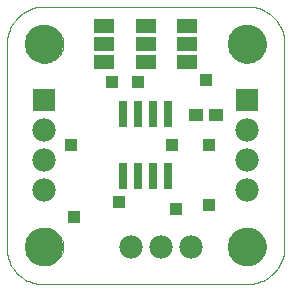
<source format=gbs>
G75*
G70*
%OFA0B0*%
%FSLAX24Y24*%
%IPPOS*%
%LPD*%
%AMOC8*
5,1,8,0,0,1.08239X$1,22.5*
%
%ADD10C,0.0000*%
%ADD11C,0.1290*%
%ADD12R,0.0780X0.0780*%
%ADD13C,0.0780*%
%ADD14R,0.0280X0.0910*%
%ADD15R,0.0473X0.0434*%
%ADD16R,0.0670X0.0500*%
%ADD17R,0.0396X0.0396*%
D10*
X000536Y001785D02*
X000534Y001719D01*
X000536Y001653D01*
X000542Y001587D01*
X000551Y001521D01*
X000564Y001456D01*
X000581Y001391D01*
X000601Y001328D01*
X000625Y001266D01*
X000652Y001206D01*
X000683Y001147D01*
X000717Y001089D01*
X000754Y001034D01*
X000794Y000981D01*
X000837Y000931D01*
X000882Y000882D01*
X000931Y000837D01*
X000981Y000794D01*
X001034Y000754D01*
X001089Y000717D01*
X001147Y000683D01*
X001206Y000652D01*
X001266Y000625D01*
X001328Y000601D01*
X001391Y000581D01*
X001456Y000564D01*
X001521Y000551D01*
X001587Y000542D01*
X001653Y000536D01*
X001719Y000534D01*
X001785Y000536D01*
X001785Y000535D02*
X008535Y000535D01*
X008603Y000537D01*
X008670Y000542D01*
X008737Y000551D01*
X008804Y000564D01*
X008869Y000581D01*
X008934Y000600D01*
X008998Y000624D01*
X009060Y000651D01*
X009121Y000681D01*
X009179Y000714D01*
X009236Y000750D01*
X009291Y000790D01*
X009344Y000832D01*
X009395Y000878D01*
X009442Y000925D01*
X009488Y000976D01*
X009530Y001029D01*
X009570Y001084D01*
X009606Y001141D01*
X009639Y001199D01*
X009669Y001260D01*
X009696Y001322D01*
X009720Y001386D01*
X009739Y001451D01*
X009756Y001516D01*
X009769Y001583D01*
X009778Y001650D01*
X009783Y001717D01*
X009785Y001785D01*
X009785Y008535D01*
X009783Y008603D01*
X009778Y008670D01*
X009769Y008737D01*
X009756Y008804D01*
X009739Y008869D01*
X009720Y008934D01*
X009696Y008998D01*
X009669Y009060D01*
X009639Y009121D01*
X009606Y009179D01*
X009570Y009236D01*
X009530Y009291D01*
X009488Y009344D01*
X009442Y009395D01*
X009395Y009442D01*
X009344Y009488D01*
X009291Y009530D01*
X009236Y009570D01*
X009179Y009606D01*
X009121Y009639D01*
X009060Y009669D01*
X008998Y009696D01*
X008934Y009720D01*
X008869Y009739D01*
X008804Y009756D01*
X008737Y009769D01*
X008670Y009778D01*
X008603Y009783D01*
X008535Y009785D01*
X001785Y009785D01*
X001160Y008535D02*
X001162Y008585D01*
X001168Y008634D01*
X001178Y008683D01*
X001191Y008730D01*
X001209Y008777D01*
X001230Y008822D01*
X001254Y008865D01*
X001282Y008906D01*
X001313Y008945D01*
X001347Y008981D01*
X001384Y009015D01*
X001424Y009045D01*
X001465Y009072D01*
X001509Y009096D01*
X001554Y009116D01*
X001601Y009132D01*
X001649Y009145D01*
X001698Y009154D01*
X001748Y009159D01*
X001797Y009160D01*
X001847Y009157D01*
X001896Y009150D01*
X001945Y009139D01*
X001992Y009125D01*
X002038Y009106D01*
X002083Y009084D01*
X002126Y009059D01*
X002166Y009030D01*
X002204Y008998D01*
X002240Y008964D01*
X002273Y008926D01*
X002302Y008886D01*
X002328Y008844D01*
X002351Y008800D01*
X002370Y008754D01*
X002386Y008707D01*
X002398Y008658D01*
X002406Y008609D01*
X002410Y008560D01*
X002410Y008510D01*
X002406Y008461D01*
X002398Y008412D01*
X002386Y008363D01*
X002370Y008316D01*
X002351Y008270D01*
X002328Y008226D01*
X002302Y008184D01*
X002273Y008144D01*
X002240Y008106D01*
X002204Y008072D01*
X002166Y008040D01*
X002126Y008011D01*
X002083Y007986D01*
X002038Y007964D01*
X001992Y007945D01*
X001945Y007931D01*
X001896Y007920D01*
X001847Y007913D01*
X001797Y007910D01*
X001748Y007911D01*
X001698Y007916D01*
X001649Y007925D01*
X001601Y007938D01*
X001554Y007954D01*
X001509Y007974D01*
X001465Y007998D01*
X001424Y008025D01*
X001384Y008055D01*
X001347Y008089D01*
X001313Y008125D01*
X001282Y008164D01*
X001254Y008205D01*
X001230Y008248D01*
X001209Y008293D01*
X001191Y008340D01*
X001178Y008387D01*
X001168Y008436D01*
X001162Y008485D01*
X001160Y008535D01*
X000535Y008535D02*
X000535Y001785D01*
X001160Y001785D02*
X001162Y001835D01*
X001168Y001884D01*
X001178Y001933D01*
X001191Y001980D01*
X001209Y002027D01*
X001230Y002072D01*
X001254Y002115D01*
X001282Y002156D01*
X001313Y002195D01*
X001347Y002231D01*
X001384Y002265D01*
X001424Y002295D01*
X001465Y002322D01*
X001509Y002346D01*
X001554Y002366D01*
X001601Y002382D01*
X001649Y002395D01*
X001698Y002404D01*
X001748Y002409D01*
X001797Y002410D01*
X001847Y002407D01*
X001896Y002400D01*
X001945Y002389D01*
X001992Y002375D01*
X002038Y002356D01*
X002083Y002334D01*
X002126Y002309D01*
X002166Y002280D01*
X002204Y002248D01*
X002240Y002214D01*
X002273Y002176D01*
X002302Y002136D01*
X002328Y002094D01*
X002351Y002050D01*
X002370Y002004D01*
X002386Y001957D01*
X002398Y001908D01*
X002406Y001859D01*
X002410Y001810D01*
X002410Y001760D01*
X002406Y001711D01*
X002398Y001662D01*
X002386Y001613D01*
X002370Y001566D01*
X002351Y001520D01*
X002328Y001476D01*
X002302Y001434D01*
X002273Y001394D01*
X002240Y001356D01*
X002204Y001322D01*
X002166Y001290D01*
X002126Y001261D01*
X002083Y001236D01*
X002038Y001214D01*
X001992Y001195D01*
X001945Y001181D01*
X001896Y001170D01*
X001847Y001163D01*
X001797Y001160D01*
X001748Y001161D01*
X001698Y001166D01*
X001649Y001175D01*
X001601Y001188D01*
X001554Y001204D01*
X001509Y001224D01*
X001465Y001248D01*
X001424Y001275D01*
X001384Y001305D01*
X001347Y001339D01*
X001313Y001375D01*
X001282Y001414D01*
X001254Y001455D01*
X001230Y001498D01*
X001209Y001543D01*
X001191Y001590D01*
X001178Y001637D01*
X001168Y001686D01*
X001162Y001735D01*
X001160Y001785D01*
X000535Y008535D02*
X000537Y008603D01*
X000542Y008670D01*
X000551Y008737D01*
X000564Y008804D01*
X000581Y008869D01*
X000600Y008934D01*
X000624Y008998D01*
X000651Y009060D01*
X000681Y009121D01*
X000714Y009179D01*
X000750Y009236D01*
X000790Y009291D01*
X000832Y009344D01*
X000878Y009395D01*
X000925Y009442D01*
X000976Y009488D01*
X001029Y009530D01*
X001084Y009570D01*
X001141Y009606D01*
X001199Y009639D01*
X001260Y009669D01*
X001322Y009696D01*
X001386Y009720D01*
X001451Y009739D01*
X001516Y009756D01*
X001583Y009769D01*
X001650Y009778D01*
X001717Y009783D01*
X001785Y009785D01*
X007910Y008535D02*
X007912Y008585D01*
X007918Y008634D01*
X007928Y008683D01*
X007941Y008730D01*
X007959Y008777D01*
X007980Y008822D01*
X008004Y008865D01*
X008032Y008906D01*
X008063Y008945D01*
X008097Y008981D01*
X008134Y009015D01*
X008174Y009045D01*
X008215Y009072D01*
X008259Y009096D01*
X008304Y009116D01*
X008351Y009132D01*
X008399Y009145D01*
X008448Y009154D01*
X008498Y009159D01*
X008547Y009160D01*
X008597Y009157D01*
X008646Y009150D01*
X008695Y009139D01*
X008742Y009125D01*
X008788Y009106D01*
X008833Y009084D01*
X008876Y009059D01*
X008916Y009030D01*
X008954Y008998D01*
X008990Y008964D01*
X009023Y008926D01*
X009052Y008886D01*
X009078Y008844D01*
X009101Y008800D01*
X009120Y008754D01*
X009136Y008707D01*
X009148Y008658D01*
X009156Y008609D01*
X009160Y008560D01*
X009160Y008510D01*
X009156Y008461D01*
X009148Y008412D01*
X009136Y008363D01*
X009120Y008316D01*
X009101Y008270D01*
X009078Y008226D01*
X009052Y008184D01*
X009023Y008144D01*
X008990Y008106D01*
X008954Y008072D01*
X008916Y008040D01*
X008876Y008011D01*
X008833Y007986D01*
X008788Y007964D01*
X008742Y007945D01*
X008695Y007931D01*
X008646Y007920D01*
X008597Y007913D01*
X008547Y007910D01*
X008498Y007911D01*
X008448Y007916D01*
X008399Y007925D01*
X008351Y007938D01*
X008304Y007954D01*
X008259Y007974D01*
X008215Y007998D01*
X008174Y008025D01*
X008134Y008055D01*
X008097Y008089D01*
X008063Y008125D01*
X008032Y008164D01*
X008004Y008205D01*
X007980Y008248D01*
X007959Y008293D01*
X007941Y008340D01*
X007928Y008387D01*
X007918Y008436D01*
X007912Y008485D01*
X007910Y008535D01*
X007910Y001785D02*
X007912Y001835D01*
X007918Y001884D01*
X007928Y001933D01*
X007941Y001980D01*
X007959Y002027D01*
X007980Y002072D01*
X008004Y002115D01*
X008032Y002156D01*
X008063Y002195D01*
X008097Y002231D01*
X008134Y002265D01*
X008174Y002295D01*
X008215Y002322D01*
X008259Y002346D01*
X008304Y002366D01*
X008351Y002382D01*
X008399Y002395D01*
X008448Y002404D01*
X008498Y002409D01*
X008547Y002410D01*
X008597Y002407D01*
X008646Y002400D01*
X008695Y002389D01*
X008742Y002375D01*
X008788Y002356D01*
X008833Y002334D01*
X008876Y002309D01*
X008916Y002280D01*
X008954Y002248D01*
X008990Y002214D01*
X009023Y002176D01*
X009052Y002136D01*
X009078Y002094D01*
X009101Y002050D01*
X009120Y002004D01*
X009136Y001957D01*
X009148Y001908D01*
X009156Y001859D01*
X009160Y001810D01*
X009160Y001760D01*
X009156Y001711D01*
X009148Y001662D01*
X009136Y001613D01*
X009120Y001566D01*
X009101Y001520D01*
X009078Y001476D01*
X009052Y001434D01*
X009023Y001394D01*
X008990Y001356D01*
X008954Y001322D01*
X008916Y001290D01*
X008876Y001261D01*
X008833Y001236D01*
X008788Y001214D01*
X008742Y001195D01*
X008695Y001181D01*
X008646Y001170D01*
X008597Y001163D01*
X008547Y001160D01*
X008498Y001161D01*
X008448Y001166D01*
X008399Y001175D01*
X008351Y001188D01*
X008304Y001204D01*
X008259Y001224D01*
X008215Y001248D01*
X008174Y001275D01*
X008134Y001305D01*
X008097Y001339D01*
X008063Y001375D01*
X008032Y001414D01*
X008004Y001455D01*
X007980Y001498D01*
X007959Y001543D01*
X007941Y001590D01*
X007928Y001637D01*
X007918Y001686D01*
X007912Y001735D01*
X007910Y001785D01*
D11*
X008535Y001785D03*
X008535Y008535D03*
X001785Y008535D03*
X001785Y001785D03*
D12*
X001785Y006660D03*
X008535Y006660D03*
D13*
X008535Y005660D03*
X008535Y004660D03*
X008535Y003660D03*
X006660Y001785D03*
X005660Y001785D03*
X004660Y001785D03*
X001785Y003660D03*
X001785Y004660D03*
X001785Y005660D03*
D14*
X004410Y006190D03*
X004910Y006190D03*
X005410Y006190D03*
X005910Y006190D03*
X005910Y004130D03*
X005410Y004130D03*
X004910Y004130D03*
X004410Y004130D03*
D15*
X006825Y006160D03*
X007495Y006160D03*
D16*
X006535Y007935D03*
X006535Y008535D03*
X006535Y009135D03*
X005160Y009135D03*
X005160Y008535D03*
X005160Y007935D03*
X003785Y007935D03*
X003785Y008535D03*
X003785Y009135D03*
D17*
X004035Y007285D03*
X004910Y007285D03*
X006035Y005160D03*
X007285Y005160D03*
X007285Y003160D03*
X006160Y003035D03*
X004285Y003285D03*
X002785Y002785D03*
X002660Y005160D03*
X007160Y007348D03*
M02*

</source>
